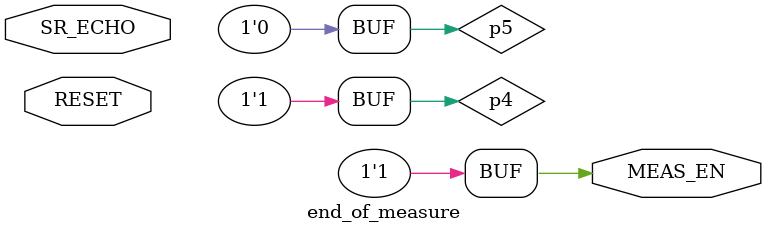
<source format=v>
module end_of_measure(SR_ECHO, RESET, MEAS_EN);

	input SR_ECHO;
	input RESET;
	wire partial;

	output MEAS_EN;
	assign #1 partial = ( SR_ECHO || RESET);
	
	assign #1 p1 = !partial;
	assign #1 p2 = !p1;
	assign #1 p3 = !p2;
	assign #1 p4 = !(p3 && partial);
	assign #1 p5 = !p4;
	assign #1 MEAS_EN = !p5;
endmodule

</source>
